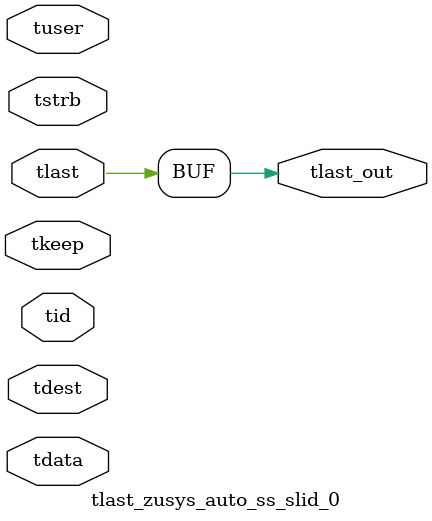
<source format=v>


`timescale 1ps/1ps

module tlast_zusys_auto_ss_slid_0 #
(
parameter C_S_AXIS_TID_WIDTH   = 1,
parameter C_S_AXIS_TUSER_WIDTH = 0,
parameter C_S_AXIS_TDATA_WIDTH = 0,
parameter C_S_AXIS_TDEST_WIDTH = 0
)
(
input  [(C_S_AXIS_TID_WIDTH   == 0 ? 1 : C_S_AXIS_TID_WIDTH)-1:0       ] tid,
input  [(C_S_AXIS_TDATA_WIDTH == 0 ? 1 : C_S_AXIS_TDATA_WIDTH)-1:0     ] tdata,
input  [(C_S_AXIS_TUSER_WIDTH == 0 ? 1 : C_S_AXIS_TUSER_WIDTH)-1:0     ] tuser,
input  [(C_S_AXIS_TDEST_WIDTH == 0 ? 1 : C_S_AXIS_TDEST_WIDTH)-1:0     ] tdest,
input  [(C_S_AXIS_TDATA_WIDTH/8)-1:0 ] tkeep,
input  [(C_S_AXIS_TDATA_WIDTH/8)-1:0 ] tstrb,
input  [0:0]                                                             tlast,
output                                                                   tlast_out
);

assign tlast_out = {tlast[0]};

endmodule


</source>
